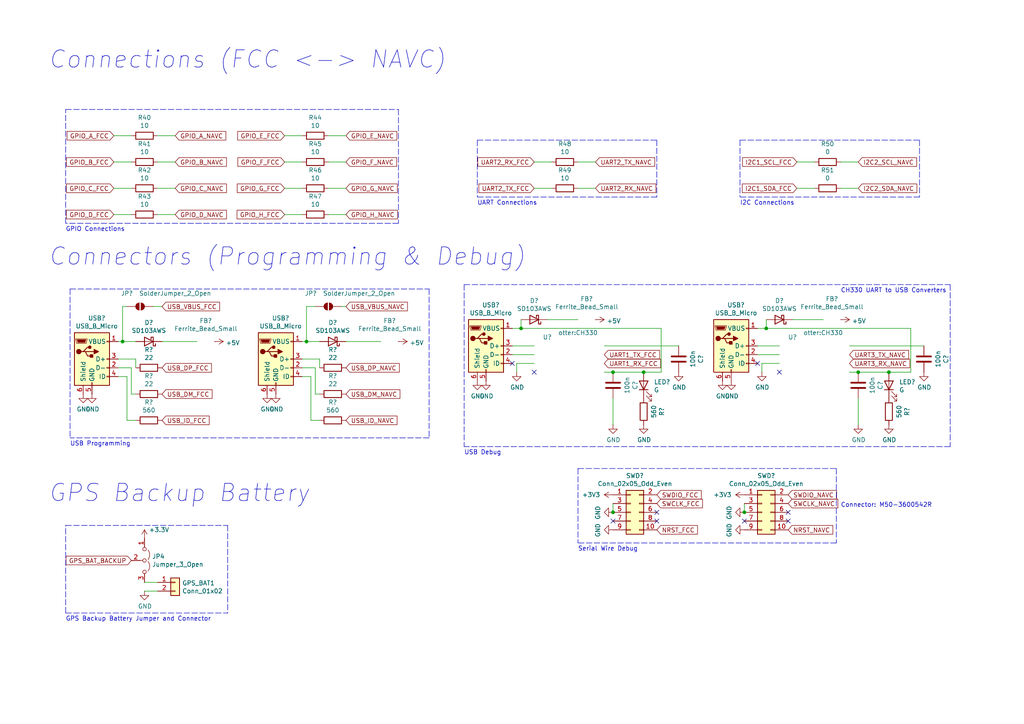
<source format=kicad_sch>
(kicad_sch (version 20250114) (generator "eeschema") (generator_version "9.0")
  (paper "A4")
  (title_block (title "Connections") (date "2019-10-27") (rev "0.1"))
  (lib_symbols
    (symbol "Connector:USB_B_Micro" (pin_names (offset 1.016))
      (property "Reference" "J" (at -5.08 11.43 0))
      (property "Value" "USB_B_Micro" (at -5.08 8.89 0))
      (symbol "USB_B_Micro_0_1"
        (rectangle (start -5.08 -7.62) (end 5.08 7.62) (stroke (width 0.254)) (fill (type background)))
        (polyline (pts (xy -4.699 5.842) (xy -4.699 5.588) (xy -4.445 4.826) (xy -4.445 4.572) (xy -1.651 4.572) (xy -1.651 4.826) (xy -1.397 5.588) (xy -1.397 5.842) (xy -4.699 5.842)))
        (polyline (pts (xy -4.318 5.588) (xy -1.778 5.588) (xy -2.032 4.826) (xy -4.064 4.826) (xy -4.318 5.588)) (fill (type outline)))
        (circle (center -3.81 2.159) (radius 0.635) (stroke (width 0.254)) (fill (type outline)))
        (polyline (pts (xy -3.175 2.159) (xy -2.54 2.159) (xy -1.27 3.429) (xy -0.635 3.429)) (stroke (width 0.254)))
        (polyline (pts (xy -2.54 2.159) (xy -1.905 2.159) (xy -1.27 0.889) (xy 0 0.889)) (stroke (width 0.254)))
        (polyline (pts (xy -1.905 2.159) (xy 0.635 2.159)) (stroke (width 0.254)))
        (circle (center -0.635 3.429) (radius 0.381) (stroke (width 0.254)) (fill (type outline)))
        (rectangle (start -0.127 -7.62) (end 0.127 -6.858))
        (rectangle (start 0.254 1.27) (end -0.508 0.508) (stroke (width 0.254)) (fill (type outline)))
        (polyline (pts (xy 0.635 2.794) (xy 0.635 1.524) (xy 1.905 2.159) (xy 0.635 2.794)) (stroke (width 0.254)) (fill (type outline)))
        (rectangle (start 5.08 4.953) (end 4.318 5.207))
        (rectangle (start 5.08 -0.127) (end 4.318 0.127))
        (rectangle (start 5.08 -2.667) (end 4.318 -2.413))
        (rectangle (start 5.08 -5.207) (end 4.318 -4.953))
      )
      (symbol "USB_B_Micro_1_1"
        (pin passive line (at -2.54 -10.16 90) (length 2.54) (name "Shield") (number "6"))
        (pin power_out line (at 0 -10.16 90) (length 2.54) (name "GND") (number "5"))
        (pin power_out line (at 7.62 5.08 180) (length 2.54) (name "VBUS") (number "1"))
        (pin bidirectional line (at 7.62 0 180) (length 2.54) (name "D+") (number "3"))
        (pin bidirectional line (at 7.62 -2.54 180) (length 2.54) (name "D-") (number "2"))
        (pin passive line (at 7.62 -5.08 180) (length 2.54) (name "ID") (number "4"))
      )
    )
    (symbol "Connector_Generic:Conn_01x02" (pin_names (offset 1.016) (hide yes))
      (property "Reference" "J" (at 0 2.54 0))
      (property "Value" "Conn_01x02" (at 0 -5.08 0))
      (symbol "Conn_01x02_1_1"
        (rectangle (start -1.27 1.27) (end 1.27 -3.81) (stroke (width 0.254)) (fill (type background)))
        (rectangle (start -1.27 0.127) (end 0 -0.127) (stroke (width 0.1524)))
        (rectangle (start -1.27 -2.413) (end 0 -2.667) (stroke (width 0.1524)))
        (pin passive line (at -5.08 0 0) (length 3.81) (name "Pin_1") (number "1"))
        (pin passive line (at -5.08 -2.54 0) (length 3.81) (name "Pin_2") (number "2"))
      )
    )
    (symbol "Connector_Generic:Conn_02x05_Odd_Even" (pin_names (offset 1.016) (hide yes))
      (property "Reference" "J" (at 1.27 7.62 0))
      (property "Value" "Conn_02x05_Odd_Even" (at 1.27 -7.62 0))
      (symbol "Conn_02x05_Odd_Even_1_1"
        (rectangle (start -1.27 6.35) (end 3.81 -6.35) (stroke (width 0.254)) (fill (type background)))
        (rectangle (start -1.27 5.207) (end 0 4.953) (stroke (width 0.1524)))
        (rectangle (start -1.27 2.667) (end 0 2.413) (stroke (width 0.1524)))
        (rectangle (start -1.27 0.127) (end 0 -0.127) (stroke (width 0.1524)))
        (rectangle (start -1.27 -2.413) (end 0 -2.667) (stroke (width 0.1524)))
        (rectangle (start -1.27 -4.953) (end 0 -5.207) (stroke (width 0.1524)))
        (rectangle (start 3.81 5.207) (end 2.54 4.953) (stroke (width 0.1524)))
        (rectangle (start 3.81 2.667) (end 2.54 2.413) (stroke (width 0.1524)))
        (rectangle (start 3.81 0.127) (end 2.54 -0.127) (stroke (width 0.1524)))
        (rectangle (start 3.81 -2.413) (end 2.54 -2.667) (stroke (width 0.1524)))
        (rectangle (start 3.81 -4.953) (end 2.54 -5.207) (stroke (width 0.1524)))
        (pin passive line (at -5.08 5.08 0) (length 3.81) (name "Pin_1") (number "1"))
        (pin passive line (at -5.08 2.54 0) (length 3.81) (name "Pin_3") (number "3"))
        (pin passive line (at -5.08 0 0) (length 3.81) (name "Pin_5") (number "5"))
        (pin passive line (at -5.08 -2.54 0) (length 3.81) (name "Pin_7") (number "7"))
        (pin passive line (at -5.08 -5.08 0) (length 3.81) (name "Pin_9") (number "9"))
        (pin passive line (at 7.62 5.08 180) (length 3.81) (name "Pin_2") (number "2"))
        (pin passive line (at 7.62 2.54 180) (length 3.81) (name "Pin_4") (number "4"))
        (pin passive line (at 7.62 0 180) (length 3.81) (name "Pin_6") (number "6"))
        (pin passive line (at 7.62 -2.54 180) (length 3.81) (name "Pin_8") (number "8"))
        (pin passive line (at 7.62 -5.08 180) (length 3.81) (name "Pin_10") (number "10"))
      )
    )
    (symbol "Device:C" (pin_numbers (hide yes)) (pin_names (offset 0.254))
      (property "Reference" "C" (at 0.635 2.54 0))
      (property "Value" "C" (at 0.635 -2.54 0))
      (symbol "C_0_1"
        (polyline (pts (xy -2.032 0.762) (xy 2.032 0.762)) (stroke (width 0.508)))
        (polyline (pts (xy -2.032 -0.762) (xy 2.032 -0.762)) (stroke (width 0.508)))
      )
      (symbol "C_1_1"
        (pin passive line (at 0 3.81 270) (length 2.794) (name "~") (number "1"))
        (pin passive line (at 0 -3.81 90) (length 2.794) (name "~") (number "2"))
      )
    )
    (symbol "Device:D_Schottky" (pin_numbers (hide yes)) (pin_names (offset 1.016) (hide yes))
      (property "Reference" "D" (at 0 2.54 0))
      (property "Value" "D_Schottky" (at 0 -2.54 0))
      (symbol "D_Schottky_0_1"
        (polyline (pts (xy -1.905 0.635) (xy -1.905 1.27) (xy -1.27 1.27) (xy -1.27 -1.27) (xy -0.635 -1.27) (xy -0.635 -0.635)) (stroke (width 0.254)))
        (polyline (pts (xy 1.27 1.27) (xy 1.27 -1.27) (xy -1.27 0) (xy 1.27 1.27)) (stroke (width 0.254)))
        (polyline (pts (xy 1.27 0) (xy -1.27 0)))
      )
      (symbol "D_Schottky_1_1"
        (pin passive line (at -3.81 0 0) (length 2.54) (name "K") (number "1"))
        (pin passive line (at 3.81 0 180) (length 2.54) (name "A") (number "2"))
      )
    )
    (symbol "Device:LED" (pin_numbers (hide yes)) (pin_names (offset 1.016) (hide yes))
      (property "Reference" "D" (at 0 2.54 0))
      (property "Value" "LED" (at 0 -2.54 0))
      (symbol "LED_0_1"
        (polyline (pts (xy -3.048 -0.762) (xy -4.572 -2.286) (xy -3.81 -2.286) (xy -4.572 -2.286) (xy -4.572 -1.524)))
        (polyline (pts (xy -1.778 -0.762) (xy -3.302 -2.286) (xy -2.54 -2.286) (xy -3.302 -2.286) (xy -3.302 -1.524)))
        (polyline (pts (xy -1.27 0) (xy 1.27 0)))
        (polyline (pts (xy -1.27 -1.27) (xy -1.27 1.27)) (stroke (width 0.254)))
        (polyline (pts (xy 1.27 -1.27) (xy 1.27 1.27) (xy -1.27 0) (xy 1.27 -1.27)) (stroke (width 0.254)))
      )
      (symbol "LED_1_1"
        (pin passive line (at -3.81 0 0) (length 2.54) (name "K") (number "1"))
        (pin passive line (at 3.81 0 180) (length 2.54) (name "A") (number "2"))
      )
    )
    (symbol "Device:R" (pin_numbers (hide yes)) (pin_names (offset 0))
      (property "Reference" "R" (at 2.032 0 90))
      (property "Value" "R" (at 0 0 90))
      (symbol "R_0_1"
        (rectangle (start -1.016 -2.54) (end 1.016 2.54) (stroke (width 0.254)))
      )
      (symbol "R_1_1"
        (pin passive line (at 0 3.81 270) (length 1.27) (name "~") (number "1"))
        (pin passive line (at 0 -3.81 90) (length 1.27) (name "~") (number "2"))
      )
    )
    (symbol "Jumper:Jumper_3_Open" (pin_names (offset 0) (hide yes)) (exclude_from_sim yes) (in_bom no)
      (property "Reference" "JP" (at -2.54 -2.54 0))
      (property "Value" "Jumper_3_Open" (at 0 2.794 0))
      (symbol "Jumper_3_Open_0_0"
        (circle (center -3.302 0) (radius 0.508))
        (circle (center 0 0) (radius 0.508))
        (circle (center 3.302 0) (radius 0.508))
      )
      (symbol "Jumper_3_Open_0_1"
        (arc (start -3.048 1.016) (mid -1.651 1.4992) (end -0.254 1.016))
        (polyline (pts (xy 0 -0.508) (xy 0 -1.27)))
        (arc (start 0.254 1.016) (mid 1.651 1.4992) (end 3.048 1.016))
      )
      (symbol "Jumper_3_Open_1_1"
        (pin passive line (at -6.35 0 0) (length 2.54) (name "A") (number "1"))
        (pin passive line (at 0 -3.81 90) (length 2.54) (name "C") (number "2"))
        (pin passive line (at 6.35 0 180) (length 2.54) (name "B") (number "3"))
      )
    )
    (symbol "Jumper:SolderJumper_2_Open" (pin_numbers (hide yes)) (pin_names (offset 0) (hide yes)) (exclude_from_sim yes) (in_bom no)
      (property "Reference" "JP" (at 0 2.032 0))
      (property "Value" "SolderJumper_2_Open" (at 0 -2.54 0))
      (symbol "SolderJumper_2_Open_0_1"
        (polyline (pts (xy -0.254 1.016) (xy -0.254 -1.016)))
        (arc (start -0.254 -1.016) (mid -1.2656 0) (end -0.254 1.016))
        (arc (start -0.254 -1.016) (mid -1.2656 0) (end -0.254 1.016) (fill (type outline)))
        (arc (start 0.254 1.016) (mid 1.2656 0) (end 0.254 -1.016))
        (arc (start 0.254 1.016) (mid 1.2656 0) (end 0.254 -1.016) (fill (type outline)))
        (polyline (pts (xy 0.254 1.016) (xy 0.254 -1.016)))
      )
      (symbol "SolderJumper_2_Open_1_1"
        (pin passive line (at -3.81 0 0) (length 2.54) (name "A") (number "1"))
        (pin passive line (at 3.81 0 180) (length 2.54) (name "B") (number "2"))
      )
    )
    (symbol "power:+3.3V" (power) (pin_numbers (hide yes)) (pin_names (offset 0) (hide yes))
      (property "Value" "+3.3V" (at 0 3.556 0))
      (symbol "+3.3V_0_1"
        (polyline (pts (xy -0.762 1.27) (xy 0 2.54)))
        (polyline (pts (xy 0 2.54) (xy 0.762 1.27)))
        (polyline (pts (xy 0 0) (xy 0 2.54)))
      )
      (symbol "+3.3V_1_1"
        (pin power_in line (at 0 0 90) (length 0) (name "~") (number "1"))
      )
    )
    (symbol "power:+3V3" (power) (pin_numbers (hide yes)) (pin_names (offset 0) (hide yes))
      (property "Value" "+3V3" (at 0 3.556 0))
      (symbol "+3V3_0_1"
        (polyline (pts (xy -0.762 1.27) (xy 0 2.54)))
        (polyline (pts (xy 0 2.54) (xy 0.762 1.27)))
        (polyline (pts (xy 0 0) (xy 0 2.54)))
      )
      (symbol "+3V3_1_1"
        (pin power_in line (at 0 0 90) (length 0) (name "~") (number "1"))
      )
    )
    (symbol "power:+5V" (power) (pin_numbers (hide yes)) (pin_names (offset 0) (hide yes))
      (property "Value" "+5V" (at 0 3.556 0))
      (symbol "+5V_0_1"
        (polyline (pts (xy -0.762 1.27) (xy 0 2.54)))
        (polyline (pts (xy 0 2.54) (xy 0.762 1.27)))
        (polyline (pts (xy 0 0) (xy 0 2.54)))
      )
      (symbol "+5V_1_1"
        (pin power_in line (at 0 0 90) (length 0) (name "~") (number "1"))
      )
    )
    (symbol "power:GND" (power) (pin_numbers (hide yes)) (pin_names (offset 0) (hide yes))
      (property "Value" "GND" (at 0 -3.81 0))
      (symbol "GND_0_1"
        (polyline (pts (xy 0 0) (xy 0 -1.27) (xy 1.27 -1.27) (xy 0 -2.54) (xy -1.27 -1.27) (xy 0 -1.27)))
      )
      (symbol "GND_1_1"
        (pin power_in line (at 0 0 270) (length 0) (name "~") (number "1"))
      )
    )
  )
  (text "GPS Backup Battery Jumper and Connector" (at 19.05 180.34 0) (effects (font (size 1.27 1.27)) (justify left bottom)))
  (text "Serial Wire Debug" (at 167.64 160.02 0) (effects (font (size 1.27 1.27)) (justify left bottom)))
  (text "Connectors (Programming & Debug)" (at 13.97 77.47 0) (effects (font (size 5.0038 5.0038) (italic yes)) (justify left bottom)))
  (text "USB Debug" (at 134.62 132.08 0) (effects (font (size 1.27 1.27)) (justify left bottom)))
  (text "GPS Backup Battery" (at 13.97 146.05 0) (effects (font (size 5.0038 5.0038) (italic yes)) (justify left bottom)))
  (text "CH330 UART to USB Converters" (at 243.84 85.09 0) (effects (font (size 1.27 1.27)) (justify left bottom)))
  (text "USB Programming" (at 20.32 129.54 0) (effects (font (size 1.27 1.27)) (justify left bottom)))
  (text "GPIO Connections" (at 19.05 67.31 0) (effects (font (size 1.27 1.27)) (justify left bottom)))
  (text "UART Connections" (at 138.43 59.69 0) (effects (font (size 1.27 1.27)) (justify left bottom)))
  (text "I2C Connections" (at 214.63 59.69 0) (effects (font (size 1.27 1.27)) (justify left bottom)))
  (text "Connector: M50-3600542R" (at 243.84 147.32 0) (effects (font (size 1.27 1.27)) (justify left bottom)))
  (text "Connections (FCC <-> NAVC)" (at 13.97 20.32 0) (effects (font (size 5.0038 5.0038) (italic yes)) (justify left bottom)))
  (junction (at 186.69 107.95))
  (junction (at 151.13 95.25))
  (junction (at 248.92 107.95))
  (junction (at 257.81 107.95))
  (junction (at 177.8 148.59))
  (junction (at 35.56 99.06))
  (junction (at 177.8 107.95))
  (junction (at 222.25 95.25))
  (junction (at 88.9 99.06))
  (junction (at 215.9 148.59))
  (no_connect (at 177.8 151.13))
  (no_connect (at 154.94 107.95))
  (no_connect (at 215.9 151.13))
  (no_connect (at 226.06 107.95))
  (no_connect (at 190.5 148.59))
  (no_connect (at 219.71 105.41))
  (no_connect (at 228.6 148.59))
  (no_connect (at 148.59 105.41))
  (no_connect (at 190.5 151.13))
  (no_connect (at 228.6 151.13))
  (wire (pts (xy 100.33 62.23) (xy 95.25 62.23)))
  (wire (pts (xy 100.33 54.61) (xy 95.25 54.61)))
  (wire (pts (xy 160.02 46.99) (xy 154.94 46.99)))
  (wire (pts (xy 34.29 106.68) (xy 38.1 106.68)))
  (wire (pts (xy 33.02 46.99) (xy 38.1 46.99)))
  (wire (pts (xy 91.44 114.3) (xy 92.71 114.3)))
  (wire (pts (xy 34.29 99.06) (xy 35.56 99.06)))
  (polyline (pts (xy 242.57 135.89) (xy 242.57 157.48)) (stroke (width 0) (type dash)))
  (wire (pts (xy 248.92 46.99) (xy 243.84 46.99)))
  (wire (pts (xy 36.83 109.22) (xy 36.83 121.92)))
  (wire (pts (xy 87.63 39.37) (xy 82.55 39.37)))
  (wire (pts (xy 90.17 109.22) (xy 90.17 121.92)))
  (wire (pts (xy 36.83 88.9) (xy 35.56 88.9)))
  (wire (pts (xy 148.59 100.33) (xy 154.94 100.33)))
  (wire (pts (xy 248.92 107.95) (xy 257.81 107.95)))
  (wire (pts (xy 238.76 92.71) (xy 229.87 92.71)))
  (wire (pts (xy 151.13 92.71) (xy 151.13 95.25)))
  (wire (pts (xy 246.38 100.33) (xy 267.97 100.33)))
  (wire (pts (xy 177.8 107.95) (xy 175.26 107.95)))
  (wire (pts (xy 149.86 107.95) (xy 149.86 105.41)))
  (wire (pts (xy 177.8 148.59) (xy 177.8 146.05)))
  (wire (pts (xy 91.44 88.9) (xy 88.9 88.9)))
  (wire (pts (xy 99.06 88.9) (xy 100.33 88.9)))
  (wire (pts (xy 33.02 54.61) (xy 38.1 54.61)))
  (wire (pts (xy 148.59 102.87) (xy 154.94 102.87)))
  (wire (pts (xy 172.72 46.99) (xy 167.64 46.99)))
  (wire (pts (xy 222.25 92.71) (xy 222.25 95.25)))
  (wire (pts (xy 41.91 171.45) (xy 45.72 171.45)))
  (polyline (pts (xy 20.32 83.82) (xy 124.46 83.82)) (stroke (width 0) (type dash)))
  (wire (pts (xy 87.63 62.23) (xy 82.55 62.23)))
  (wire (pts (xy 57.15 99.06) (xy 46.99 99.06)))
  (wire (pts (xy 87.63 54.61) (xy 82.55 54.61)))
  (wire (pts (xy 50.8 46.99) (xy 45.72 46.99)))
  (polyline (pts (xy 134.62 82.55) (xy 134.62 129.54)) (stroke (width 0) (type dash)))
  (wire (pts (xy 87.63 109.22) (xy 90.17 109.22)))
  (wire (pts (xy 39.37 104.14) (xy 34.29 104.14)))
  (wire (pts (xy 220.98 105.41) (xy 226.06 105.41)))
  (wire (pts (xy 175.26 100.33) (xy 196.85 100.33)))
  (polyline (pts (xy 190.5 57.15) (xy 138.43 57.15)) (stroke (width 0) (type dash)))
  (polyline (pts (xy 275.59 129.54) (xy 134.62 129.54)) (stroke (width 0) (type dash)))
  (polyline (pts (xy 242.57 157.48) (xy 167.64 157.48)) (stroke (width 0) (type dash)))
  (wire (pts (xy 100.33 46.99) (xy 95.25 46.99)))
  (polyline (pts (xy 124.46 127) (xy 20.32 127)) (stroke (width 0) (type dash)))
  (wire (pts (xy 87.63 106.68) (xy 91.44 106.68)))
  (wire (pts (xy 257.81 107.95) (xy 264.16 107.95)))
  (polyline (pts (xy 124.46 83.82) (xy 124.46 127)) (stroke (width 0) (type dash)))
  (wire (pts (xy 148.59 95.25) (xy 151.13 95.25)))
  (polyline (pts (xy 66.04 152.4) (xy 66.04 177.8)) (stroke (width 0) (type dash)))
  (polyline (pts (xy 167.64 135.89) (xy 242.57 135.89)) (stroke (width 0) (type dash)))
  (wire (pts (xy 33.02 62.23) (xy 38.1 62.23)))
  (polyline (pts (xy 275.59 82.55) (xy 275.59 129.54)) (stroke (width 0) (type dash)))
  (wire (pts (xy 186.69 107.95) (xy 191.77 107.95)))
  (polyline (pts (xy 19.05 31.75) (xy 115.57 31.75)) (stroke (width 0) (type dash)))
  (polyline (pts (xy 214.63 40.64) (xy 266.7 40.64)) (stroke (width 0) (type dash)))
  (wire (pts (xy 88.9 99.06) (xy 92.71 99.06)))
  (polyline (pts (xy 20.32 83.82) (xy 20.32 127)) (stroke (width 0) (type dash)))
  (wire (pts (xy 219.71 100.33) (xy 226.06 100.33)))
  (polyline (pts (xy 115.57 64.77) (xy 19.05 64.77)) (stroke (width 0) (type dash)))
  (wire (pts (xy 38.1 39.37) (xy 33.02 39.37)))
  (wire (pts (xy 248.92 107.95) (xy 246.38 107.95)))
  (wire (pts (xy 222.25 95.25) (xy 264.16 95.25)))
  (polyline (pts (xy 19.05 152.4) (xy 66.04 152.4)) (stroke (width 0) (type dash)))
  (wire (pts (xy 46.99 88.9) (xy 44.45 88.9)))
  (wire (pts (xy 38.1 106.68) (xy 38.1 114.3)))
  (wire (pts (xy 45.72 168.91) (xy 41.91 168.91)))
  (wire (pts (xy 50.8 62.23) (xy 45.72 62.23)))
  (wire (pts (xy 219.71 102.87) (xy 226.06 102.87)))
  (wire (pts (xy 35.56 99.06) (xy 39.37 99.06)))
  (wire (pts (xy 236.22 46.99) (xy 231.14 46.99)))
  (wire (pts (xy 177.8 107.95) (xy 186.69 107.95)))
  (polyline (pts (xy 214.63 40.64) (xy 214.63 57.15)) (stroke (width 0) (type dash)))
  (wire (pts (xy 92.71 104.14) (xy 87.63 104.14)))
  (wire (pts (xy 50.8 39.37) (xy 45.72 39.37)))
  (polyline (pts (xy 138.43 40.64) (xy 138.43 57.15)) (stroke (width 0) (type dash)))
  (wire (pts (xy 34.29 109.22) (xy 36.83 109.22)))
  (wire (pts (xy 220.98 107.95) (xy 220.98 105.41)))
  (polyline (pts (xy 19.05 64.77) (xy 19.05 31.75)) (stroke (width 0) (type dash)))
  (polyline (pts (xy 167.64 135.89) (xy 167.64 157.48)) (stroke (width 0) (type dash)))
  (wire (pts (xy 92.71 106.68) (xy 92.71 104.14)))
  (wire (pts (xy 236.22 54.61) (xy 231.14 54.61)))
  (wire (pts (xy 191.77 95.25) (xy 191.77 107.95)))
  (wire (pts (xy 39.37 106.68) (xy 39.37 104.14)))
  (wire (pts (xy 151.13 95.25) (xy 191.77 95.25)))
  (wire (pts (xy 50.8 54.61) (xy 45.72 54.61)))
  (polyline (pts (xy 19.05 177.8) (xy 19.05 152.4)) (stroke (width 0) (type dash)))
  (wire (pts (xy 248.92 123.19) (xy 248.92 115.57)))
  (wire (pts (xy 100.33 99.06) (xy 110.49 99.06)))
  (polyline (pts (xy 266.7 40.64) (xy 266.7 57.15)) (stroke (width 0) (type dash)))
  (wire (pts (xy 87.63 99.06) (xy 88.9 99.06)))
  (wire (pts (xy 35.56 88.9) (xy 35.56 99.06)))
  (wire (pts (xy 167.64 92.71) (xy 158.75 92.71)))
  (wire (pts (xy 248.92 54.61) (xy 243.84 54.61)))
  (polyline (pts (xy 190.5 40.64) (xy 190.5 57.15)) (stroke (width 0) (type dash)))
  (wire (pts (xy 100.33 39.37) (xy 95.25 39.37)))
  (wire (pts (xy 149.86 105.41) (xy 154.94 105.41)))
  (wire (pts (xy 215.9 148.59) (xy 215.9 146.05)))
  (wire (pts (xy 91.44 106.68) (xy 91.44 114.3)))
  (wire (pts (xy 87.63 46.99) (xy 82.55 46.99)))
  (wire (pts (xy 172.72 54.61) (xy 167.64 54.61)))
  (wire (pts (xy 219.71 95.25) (xy 222.25 95.25)))
  (wire (pts (xy 90.17 121.92) (xy 92.71 121.92)))
  (polyline (pts (xy 115.57 31.75) (xy 115.57 64.77)) (stroke (width 0) (type dash)))
  (wire (pts (xy 88.9 88.9) (xy 88.9 99.06)))
  (wire (pts (xy 264.16 95.25) (xy 264.16 107.95)))
  (wire (pts (xy 177.8 123.19) (xy 177.8 115.57)))
  (polyline (pts (xy 138.43 40.64) (xy 190.5 40.64)) (stroke (width 0) (type dash)))
  (polyline (pts (xy 134.62 82.55) (xy 275.59 82.55)) (stroke (width 0) (type dash)))
  (polyline (pts (xy 19.05 177.8) (xy 66.04 177.8)) (stroke (width 0) (type dash)))
  (polyline (pts (xy 266.7 57.15) (xy 214.63 57.15)) (stroke (width 0) (type dash)))
  (wire (pts (xy 38.1 114.3) (xy 39.37 114.3)))
  (wire (pts (xy 36.83 121.92) (xy 39.37 121.92)))
  (wire (pts (xy 160.02 54.61) (xy 154.94 54.61)))
  (global_label "GPIO_G_NAVC" (shape input) (at 100.33 54.61 0) (property "Intersheetrefs" "${INTERSHEET_REFS}" (effects (hide yes))))
  (global_label "UART2_TX_NAVC" (shape input) (at 172.72 46.99 0) (property "Intersheetrefs" "${INTERSHEET_REFS}" (effects (hide yes))))
  (global_label "GPIO_C_NAVC" (shape input) (at 50.8 54.61 0) (property "Intersheetrefs" "${INTERSHEET_REFS}" (effects (hide yes))))
  (global_label "I2C2_SCL_NAVC" (shape input) (at 248.92 46.99 0) (property "Intersheetrefs" "${INTERSHEET_REFS}" (effects (hide yes))))
  (global_label "GPS_BAT_BACKUP" (shape input) (at 38.1 162.56 180) (property "Intersheetrefs" "${INTERSHEET_REFS}" (effects (hide yes))))
  (global_label "SWCLK_NAVC" (shape input) (at 228.6 146.05 0) (property "Intersheetrefs" "${INTERSHEET_REFS}" (effects (hide yes))))
  (global_label "USB_VBUS_NAVC" (shape input) (at 100.33 88.9 0) (property "Intersheetrefs" "${INTERSHEET_REFS}" (effects (hide yes))))
  (global_label "UART2_RX_NAVC" (shape input) (at 172.72 54.61 0) (property "Intersheetrefs" "${INTERSHEET_REFS}" (effects (hide yes))))
  (global_label "GPIO_B_FCC" (shape input) (at 33.02 46.99 180) (property "Intersheetrefs" "${INTERSHEET_REFS}" (effects (hide yes))))
  (global_label "GPIO_B_NAVC" (shape input) (at 50.8 46.99 0) (property "Intersheetrefs" "${INTERSHEET_REFS}" (effects (hide yes))))
  (global_label "GPIO_E_FCC" (shape input) (at 82.55 39.37 180) (property "Intersheetrefs" "${INTERSHEET_REFS}" (effects (hide yes))))
  (global_label "GPIO_G_FCC" (shape input) (at 82.55 54.61 180) (property "Intersheetrefs" "${INTERSHEET_REFS}" (effects (hide yes))))
  (global_label "I2C2_SDA_NAVC" (shape input) (at 248.92 54.61 0) (property "Intersheetrefs" "${INTERSHEET_REFS}" (effects (hide yes))))
  (global_label "GPIO_C_FCC" (shape input) (at 33.02 54.61 180) (property "Intersheetrefs" "${INTERSHEET_REFS}" (effects (hide yes))))
  (global_label "USB_DM_FCC" (shape input) (at 46.99 114.3 0) (property "Intersheetrefs" "${INTERSHEET_REFS}" (effects (hide yes))))
  (global_label "GPIO_D_NAVC" (shape input) (at 50.8 62.23 0) (property "Intersheetrefs" "${INTERSHEET_REFS}" (effects (hide yes))))
  (global_label "GPIO_A_FCC" (shape input) (at 33.02 39.37 180) (property "Intersheetrefs" "${INTERSHEET_REFS}" (effects (hide yes))))
  (global_label "USB_ID_FCC" (shape input) (at 46.99 121.92 0) (property "Intersheetrefs" "${INTERSHEET_REFS}" (effects (hide yes))))
  (global_label "GPIO_D_FCC" (shape input) (at 33.02 62.23 180) (property "Intersheetrefs" "${INTERSHEET_REFS}" (effects (hide yes))))
  (global_label "GPIO_F_FCC" (shape input) (at 82.55 46.99 180) (property "Intersheetrefs" "${INTERSHEET_REFS}" (effects (hide yes))))
  (global_label "UART2_TX_FCC" (shape input) (at 154.94 54.61 180) (property "Intersheetrefs" "${INTERSHEET_REFS}" (effects (hide yes))))
  (global_label "SWDIO_FCC" (shape input) (at 190.5 143.51 0) (property "Intersheetrefs" "${INTERSHEET_REFS}" (effects (hide yes))))
  (global_label "UART3_RX_NAVC" (shape input) (at 246.38 105.41 0) (property "Intersheetrefs" "${INTERSHEET_REFS}" (effects (hide yes))))
  (global_label "GPIO_E_NAVC" (shape input) (at 100.33 39.37 0) (property "Intersheetrefs" "${INTERSHEET_REFS}" (effects (hide yes))))
  (global_label "GPIO_A_NAVC" (shape input) (at 50.8 39.37 0) (property "Intersheetrefs" "${INTERSHEET_REFS}" (effects (hide yes))))
  (global_label "GPIO_H_FCC" (shape input) (at 82.55 62.23 180) (property "Intersheetrefs" "${INTERSHEET_REFS}" (effects (hide yes))))
  (global_label "GPIO_F_NAVC" (shape input) (at 100.33 46.99 0) (property "Intersheetrefs" "${INTERSHEET_REFS}" (effects (hide yes))))
  (global_label "SWDIO_NAVC" (shape input) (at 228.6 143.51 0) (property "Intersheetrefs" "${INTERSHEET_REFS}" (effects (hide yes))))
  (global_label "SWCLK_FCC" (shape input) (at 190.5 146.05 0) (property "Intersheetrefs" "${INTERSHEET_REFS}" (effects (hide yes))))
  (global_label "USB_VBUS_FCC" (shape input) (at 46.99 88.9 0) (property "Intersheetrefs" "${INTERSHEET_REFS}" (effects (hide yes))))
  (global_label "I2C1_SDA_FCC" (shape input) (at 231.14 54.61 180) (property "Intersheetrefs" "${INTERSHEET_REFS}" (effects (hide yes))))
  (global_label "UART1_TX_FCC" (shape input) (at 175.26 102.87 0) (property "Intersheetrefs" "${INTERSHEET_REFS}" (effects (hide yes))))
  (global_label "UART2_RX_FCC" (shape input) (at 154.94 46.99 180) (property "Intersheetrefs" "${INTERSHEET_REFS}" (effects (hide yes))))
  (global_label "GPIO_H_NAVC" (shape input) (at 100.33 62.23 0) (property "Intersheetrefs" "${INTERSHEET_REFS}" (effects (hide yes))))
  (global_label "NRST_FCC" (shape input) (at 190.5 153.67 0) (property "Intersheetrefs" "${INTERSHEET_REFS}" (effects (hide yes))))
  (global_label "NRST_NAVC" (shape input) (at 228.6 153.67 0) (property "Intersheetrefs" "${INTERSHEET_REFS}" (effects (hide yes))))
  (global_label "USB_DM_NAVC" (shape input) (at 100.33 114.3 0) (property "Intersheetrefs" "${INTERSHEET_REFS}" (effects (hide yes))))
  (global_label "USB_DP_NAVC" (shape input) (at 100.33 106.68 0) (property "Intersheetrefs" "${INTERSHEET_REFS}" (effects (hide yes))))
  (global_label "USB_ID_NAVC" (shape input) (at 100.33 121.92 0) (property "Intersheetrefs" "${INTERSHEET_REFS}" (effects (hide yes))))
  (global_label "USB_DP_FCC" (shape input) (at 46.99 106.68 0) (property "Intersheetrefs" "${INTERSHEET_REFS}" (effects (hide yes))))
  (global_label "UART1_RX_FCC" (shape input) (at 175.26 105.41 0) (property "Intersheetrefs" "${INTERSHEET_REFS}" (effects (hide yes))))
  (global_label "UART3_TX_NAVC" (shape input) (at 246.38 102.87 0) (property "Intersheetrefs" "${INTERSHEET_REFS}" (effects (hide yes))))
  (global_label "I2C1_SCL_FCC" (shape input) (at 231.14 46.99 180) (property "Intersheetrefs" "${INTERSHEET_REFS}" (effects (hide yes))))
  (symbol (lib_id "Connector:USB_B_Micro") (at 26.67 104.14 0) (unit 1)
    (property "Reference" "USB1" (at 28.067 92.2782 0))
    (property "Value" "USB_B_Micro" (at 28.067 94.5896 0))
    (property "Footprint" "Connector_USB:USB_Micro-B_Wuerth_629105150521_CircularHoles" (effects (hide yes)))
    (instances (project "" (path "" (reference "USB?") (unit 1)) (path "" (reference "USB1") (unit 1))))
  )
  (symbol (lib_id "Device:R") (at 43.18 106.68 270) (unit 1)
    (property "Reference" "R52" (at 43.18 101.4222 90))
    (property "Value" "22" (at 43.18 103.7336 90))
    (property "Footprint" "Resistor_SMD:R_0402_1005Metric" (effects (hide yes)))
    (instances (project "" (path "" (reference "R?") (unit 1)) (path "" (reference "R52") (unit 1))))
  )
  (symbol (lib_id "Device:R") (at 43.18 114.3 270) (unit 1)
    (property "Reference" "R53" (at 43.18 109.0422 90))
    (property "Value" "22" (at 43.18 111.3536 90))
    (property "Footprint" "Resistor_SMD:R_0402_1005Metric" (effects (hide yes)))
    (instances (project "" (path "" (reference "R?") (unit 1)) (path "" (reference "R53") (unit 1))))
  )
  (symbol (lib_id "Device:R") (at 43.18 121.92 270) (unit 1)
    (property "Reference" "R54" (at 43.18 116.6622 90))
    (property "Value" "560" (at 43.18 118.9736 90))
    (property "Footprint" "Resistor_SMD:R_0402_1005Metric" (effects (hide yes)))
    (instances (project "" (path "" (reference "R?") (unit 1)) (path "" (reference "R54") (unit 1))))
  )
  (symbol (lib_id "power:GND") (at 24.13 114.3 0) (unit 1)
    (property "Reference" "#PWR019" (effects (hide yes)))
    (property "Value" "GND" (at 24.257 118.6942 0))
    (instances (project "" (path "" (reference "#PWR?") (unit 1)) (path "" (reference "#PWR019") (unit 1))))
  )
  (symbol (lib_id "power:GND") (at 26.67 114.3 0) (unit 1)
    (property "Reference" "#PWR021" (effects (hide yes)))
    (property "Value" "GND" (at 26.797 118.6942 0))
    (instances (project "" (path "" (reference "#PWR?") (unit 1)) (path "" (reference "#PWR021") (unit 1))))
  )
  (symbol (lib_id "Device:D_Schottky") (at 43.18 99.06 180) (unit 1)
    (property "Reference" "D2" (at 43.18 93.5736 0))
    (property "Value" "SD103AWS" (at 43.18 95.885 0))
    (property "Footprint" "Diode_SMD:D_SOD-323" (effects (hide yes)))
    (instances (project "" (path "" (reference "D?") (unit 1)) (path "" (reference "D2") (unit 1))))
  )
  (symbol (lib_id "power:+5V") (at 62.23 99.06 270) (unit 1)
    (property "Reference" "#PWR022" (effects (hide yes)))
    (property "Value" "+5V" (at 65.4812 99.441 90) (effects (justify left)))
    (instances (project "" (path "" (reference "#PWR?") (unit 1)) (path "" (reference "#PWR022") (unit 1))))
  )
  (symbol (lib_id "Connector:USB_B_Micro") (at 140.97 100.33 0) (unit 1)
    (property "Reference" "USB3" (at 142.367 88.4682 0))
    (property "Value" "USB_B_Micro" (at 142.367 90.7796 0))
    (property "Footprint" "Connector_USB:USB_Micro-B_Wuerth_629105150521_CircularHoles" (effects (hide yes)))
    (instances (project "" (path "" (reference "USB?") (unit 1)) (path "" (reference "USB3") (unit 1))))
  )
  (symbol (lib_id "power:GND") (at 138.43 110.49 0) (unit 1)
    (property "Reference" "#PWR026" (effects (hide yes)))
    (property "Value" "GND" (at 138.557 114.8842 0))
    (instances (project "" (path "" (reference "#PWR?") (unit 1)) (path "" (reference "#PWR026") (unit 1))))
  )
  (symbol (lib_id "power:GND") (at 140.97 110.49 0) (unit 1)
    (property "Reference" "#PWR027" (effects (hide yes)))
    (property "Value" "GND" (at 141.097 114.8842 0))
    (instances (project "" (path "" (reference "#PWR?") (unit 1)) (path "" (reference "#PWR027") (unit 1))))
  )
  (symbol (lib_id "Device:LED") (at 186.69 111.76 90) (unit 1)
    (property "Reference" "LED13" (at 189.6618 110.7948 90) (effects (justify right)))
    (property "Value" "G" (at 189.6618 113.1062 90) (effects (justify right)))
    (property "Footprint" "LED_SMD:LED_0603_1608Metric" (effects (hide yes)))
    (instances (project "" (path "" (reference "LED?") (unit 1)) (path "" (reference "LED13") (unit 1))))
  )
  (symbol (lib_id "Device:R") (at 186.69 119.38 180) (unit 1)
    (property "Reference" "R58" (at 191.9478 119.38 90))
    (property "Value" "560" (at 189.6364 119.38 90))
    (property "Footprint" "Resistor_SMD:R_0603_1608Metric" (effects (hide yes)))
    (instances (project "" (path "" (reference "R?") (unit 1)) (path "" (reference "R58") (unit 1))))
  )
  (symbol (lib_id "power:GND") (at 186.69 123.19 0) (unit 1)
    (property "Reference" "#PWR063" (effects (hide yes)))
    (property "Value" "GND" (at 186.817 127.5842 0))
    (instances (project "" (path "" (reference "#PWR?") (unit 1)) (path "" (reference "#PWR063") (unit 1))))
  )
  (symbol (lib_id "Device:C") (at 177.8 111.76 180) (unit 1)
    (property "Reference" "C68" (at 184.2008 111.76 90))
    (property "Value" "100n" (at 181.8894 111.76 90))
    (property "Footprint" "Capacitor_SMD:C_0402_1005Metric" (effects (hide yes)))
    (instances (project "" (path "" (reference "C?") (unit 1)) (path "" (reference "C68") (unit 1))))
  )
  (symbol (lib_id "power:GND") (at 177.8 123.19 0) (unit 1)
    (property "Reference" "#PWR031" (effects (hide yes)))
    (property "Value" "GND" (at 177.927 127.5842 0))
    (instances (project "" (path "" (reference "#PWR?") (unit 1)) (path "" (reference "#PWR031") (unit 1))))
  )
  (symbol (lib_id "power:GND") (at 149.86 107.95 0) (unit 1)
    (property "Reference" "#PWR028" (effects (hide yes)))
    (property "Value" "GND" (at 149.987 112.3442 0))
    (instances (project "" (path "" (reference "#PWR?") (unit 1)) (path "" (reference "#PWR028") (unit 1))))
  )
  (symbol (lib_id "Device:C") (at 196.85 104.14 180) (unit 1)
    (property "Reference" "C69" (at 203.2508 104.14 90))
    (property "Value" "100n" (at 200.9394 104.14 90))
    (property "Footprint" "Capacitor_SMD:C_0402_1005Metric" (effects (hide yes)))
    (instances (project "" (path "" (reference "C?") (unit 1)) (path "" (reference "C69") (unit 1))))
  )
  (symbol (lib_id "power:GND") (at 196.85 107.95 0) (unit 1)
    (property "Reference" "#PWR066" (effects (hide yes)))
    (property "Value" "GND" (at 196.977 112.3442 0))
    (instances (project "" (path "" (reference "#PWR?") (unit 1)) (path "" (reference "#PWR066") (unit 1))))
  )
  (symbol (lib_id "Connector:USB_B_Micro") (at 80.01 104.14 0) (unit 1)
    (property "Reference" "USB2" (at 81.407 92.2782 0))
    (property "Value" "USB_B_Micro" (at 81.407 94.5896 0))
    (property "Footprint" "Connector_USB:USB_Micro-B_Wuerth_629105150521_CircularHoles" (effects (hide yes)))
    (instances (project "" (path "" (reference "USB?") (unit 1)) (path "" (reference "USB2") (unit 1))))
  )
  (symbol (lib_id "Device:R") (at 96.52 106.68 270) (unit 1)
    (property "Reference" "R55" (at 96.52 101.4222 90))
    (property "Value" "22" (at 96.52 103.7336 90))
    (property "Footprint" "Resistor_SMD:R_0402_1005Metric" (effects (hide yes)))
    (instances (project "" (path "" (reference "R?") (unit 1)) (path "" (reference "R55") (unit 1))))
  )
  (symbol (lib_id "Device:R") (at 96.52 114.3 270) (unit 1)
    (property "Reference" "R56" (at 96.52 109.0422 90))
    (property "Value" "22" (at 96.52 111.3536 90))
    (property "Footprint" "Resistor_SMD:R_0402_1005Metric" (effects (hide yes)))
    (instances (project "" (path "" (reference "R?") (unit 1)) (path "" (reference "R56") (unit 1))))
  )
  (symbol (lib_id "Device:R") (at 96.52 121.92 270) (unit 1)
    (property "Reference" "R57" (at 96.52 116.6622 90))
    (property "Value" "560" (at 96.52 118.9736 90))
    (property "Footprint" "Resistor_SMD:R_0402_1005Metric" (effects (hide yes)))
    (instances (project "" (path "" (reference "R?") (unit 1)) (path "" (reference "R57") (unit 1))))
  )
  (symbol (lib_id "power:GND") (at 77.47 114.3 0) (unit 1)
    (property "Reference" "#PWR023" (effects (hide yes)))
    (property "Value" "GND" (at 77.597 118.6942 0))
    (instances (project "" (path "" (reference "#PWR?") (unit 1)) (path "" (reference "#PWR023") (unit 1))))
  )
  (symbol (lib_id "power:GND") (at 80.01 114.3 0) (unit 1)
    (property "Reference" "#PWR024" (effects (hide yes)))
    (property "Value" "GND" (at 80.137 118.6942 0))
    (instances (project "" (path "" (reference "#PWR?") (unit 1)) (path "" (reference "#PWR024") (unit 1))))
  )
  (symbol (lib_id "Device:D_Schottky") (at 96.52 99.06 180) (unit 1)
    (property "Reference" "D3" (at 96.52 93.5736 0))
    (property "Value" "SD103AWS" (at 96.52 95.885 0))
    (property "Footprint" "Diode_SMD:D_SOD-323" (effects (hide yes)))
    (instances (project "" (path "" (reference "D?") (unit 1)) (path "" (reference "D3") (unit 1))))
  )
  (symbol (lib_id "power:+5V") (at 115.57 99.06 270) (unit 1)
    (property "Reference" "#PWR025" (effects (hide yes)))
    (property "Value" "+5V" (at 118.8212 99.441 90) (effects (justify left)))
    (instances (project "" (path "" (reference "#PWR?") (unit 1)) (path "" (reference "#PWR025") (unit 1))))
  )
  (symbol (lib_id "Connector:USB_B_Micro") (at 212.09 100.33 0) (unit 1)
    (property "Reference" "USB4" (at 213.487 88.4682 0))
    (property "Value" "USB_B_Micro" (at 213.487 90.7796 0))
    (property "Footprint" "Connector_USB:USB_Micro-B_Wuerth_629105150521_CircularHoles" (effects (hide yes)))
    (instances (project "" (path "" (reference "USB?") (unit 1)) (path "" (reference "USB4") (unit 1))))
  )
  (symbol (lib_id "power:GND") (at 209.55 110.49 0) (unit 1)
    (property "Reference" "#PWR067" (effects (hide yes)))
    (property "Value" "GND" (at 209.677 114.8842 0))
    (instances (project "" (path "" (reference "#PWR?") (unit 1)) (path "" (reference "#PWR067") (unit 1))))
  )
  (symbol (lib_id "power:GND") (at 212.09 110.49 0) (unit 1)
    (property "Reference" "#PWR070" (effects (hide yes)))
    (property "Value" "GND" (at 212.217 114.8842 0))
    (instances (project "" (path "" (reference "#PWR?") (unit 1)) (path "" (reference "#PWR070") (unit 1))))
  )
  (symbol (lib_id "Device:LED") (at 257.81 111.76 90) (unit 1)
    (property "Reference" "LED14" (at 260.7818 110.7948 90) (effects (justify right)))
    (property "Value" "G" (at 260.7818 113.1062 90) (effects (justify right)))
    (property "Footprint" "LED_SMD:LED_0603_1608Metric" (effects (hide yes)))
    (instances (project "" (path "" (reference "LED?") (unit 1)) (path "" (reference "LED14") (unit 1))))
  )
  (symbol (lib_id "Device:R") (at 257.81 119.38 180) (unit 1)
    (property "Reference" "R59" (at 263.0678 119.38 90))
    (property "Value" "560" (at 260.7564 119.38 90))
    (property "Footprint" "Resistor_SMD:R_0603_1608Metric" (effects (hide yes)))
    (instances (project "" (path "" (reference "R?") (unit 1)) (path "" (reference "R59") (unit 1))))
  )
  (symbol (lib_id "power:GND") (at 257.81 123.19 0) (unit 1)
    (property "Reference" "#PWR0161" (effects (hide yes)))
    (property "Value" "GND" (at 257.937 127.5842 0))
    (instances (project "" (path "" (reference "#PWR?") (unit 1)) (path "" (reference "#PWR0161") (unit 1))))
  )
  (symbol (lib_id "Device:C") (at 248.92 111.76 180) (unit 1)
    (property "Reference" "C70" (at 255.3208 111.76 90))
    (property "Value" "100n" (at 253.0094 111.76 90))
    (property "Footprint" "Capacitor_SMD:C_0402_1005Metric" (effects (hide yes)))
    (instances (project "" (path "" (reference "C?") (unit 1)) (path "" (reference "C70") (unit 1))))
  )
  (symbol (lib_id "power:GND") (at 248.92 123.19 0) (unit 1)
    (property "Reference" "#PWR0129" (effects (hide yes)))
    (property "Value" "GND" (at 249.047 127.5842 0))
    (instances (project "" (path "" (reference "#PWR?") (unit 1)) (path "" (reference "#PWR0129") (unit 1))))
  )
  (symbol (lib_id "power:GND") (at 220.98 107.95 0) (unit 1)
    (property "Reference" "#PWR0112" (effects (hide yes)))
    (property "Value" "GND" (at 221.107 112.3442 0))
    (instances (project "" (path "" (reference "#PWR?") (unit 1)) (path "" (reference "#PWR0112") (unit 1))))
  )
  (symbol (lib_id "Device:C") (at 267.97 104.14 180) (unit 1)
    (property "Reference" "C71" (at 274.3708 104.14 90))
    (property "Value" "100n" (at 272.0594 104.14 90))
    (property "Footprint" "Capacitor_SMD:C_0402_1005Metric" (effects (hide yes)))
    (instances (project "" (path "" (reference "C?") (unit 1)) (path "" (reference "C71") (unit 1))))
  )
  (symbol (lib_id "power:GND") (at 267.97 107.95 0) (unit 1)
    (property "Reference" "#PWR0162" (effects (hide yes)))
    (property "Value" "GND" (at 268.097 112.3442 0))
    (instances (project "" (path "" (reference "#PWR?") (unit 1)) (path "" (reference "#PWR0162") (unit 1))))
  )
  (symbol (lib_id "Connector_Generic:Conn_02x05_Odd_Even") (at 182.88 148.59 0) (unit 1)
    (property "Reference" "SWD1" (at 184.15 137.9982 0))
    (property "Value" "Conn_02x05_Odd_Even" (at 184.15 140.3096 0))
    (property "Footprint" "Connector_PinHeader_1.27mm:PinHeader_2x05_P1.27mm_Vertical_SMD" (effects (hide yes)))
    (instances (project "" (path "" (reference "SWD?") (unit 1)) (path "" (reference "SWD1") (unit 1))))
  )
  (symbol (lib_id "power:GND") (at 177.8 148.59 270) (unit 1)
    (property "Reference" "#PWR046" (effects (hide yes)))
    (property "Value" "GND" (at 173.4058 148.717 0))
    (instances (project "" (path "" (reference "#PWR?") (unit 1)) (path "" (reference "#PWR046") (unit 1))))
  )
  (symbol (lib_id "power:GND") (at 177.8 153.67 270) (unit 1)
    (property "Reference" "#PWR048" (effects (hide yes)))
    (property "Value" "GND" (at 173.4058 153.797 0))
    (instances (project "" (path "" (reference "#PWR?") (unit 1)) (path "" (reference "#PWR048") (unit 1))))
  )
  (symbol (lib_id "Connector_Generic:Conn_02x05_Odd_Even") (at 220.98 148.59 0) (unit 1)
    (property "Reference" "SWD2" (at 222.25 137.9982 0))
    (property "Value" "Conn_02x05_Odd_Even" (at 222.25 140.3096 0))
    (property "Footprint" "Connector_PinHeader_1.27mm:PinHeader_2x05_P1.27mm_Vertical_SMD" (effects (hide yes)))
    (instances (project "" (path "" (reference "SWD?") (unit 1)) (path "" (reference "SWD2") (unit 1))))
  )
  (symbol (lib_id "power:GND") (at 215.9 148.59 270) (unit 1)
    (property "Reference" "#PWR073" (effects (hide yes)))
    (property "Value" "GND" (at 211.5058 148.717 0))
    (instances (project "" (path "" (reference "#PWR?") (unit 1)) (path "" (reference "#PWR073") (unit 1))))
  )
  (symbol (lib_id "power:GND") (at 215.9 153.67 270) (unit 1)
    (property "Reference" "#PWR0111" (effects (hide yes)))
    (property "Value" "GND" (at 211.5058 153.797 0))
    (instances (project "" (path "" (reference "#PWR?") (unit 1)) (path "" (reference "#PWR0111") (unit 1))))
  )
  (symbol (lib_id "CH330:otter_CH330") (at 165.1 104.14 0) (unit 1)
    (property "Reference" "U11" (at 158.75 97.79 0))
    (property "Value" "otter:CH330" (at 167.64 96.52 0))
    (property "Footprint" "Package_SO:SSOP-8_3.9x5.05mm_P1.27mm" (effects (hide yes)))
    (instances (project "" (path "" (reference "U?") (unit 1)) (path "" (reference "U11") (unit 1))))
  )
  (symbol (lib_id "CH330:otter_CH330") (at 236.22 104.14 0) (unit 1)
    (property "Reference" "U12" (at 229.87 97.79 0))
    (property "Value" "otter:CH330" (at 238.76 96.52 0))
    (property "Footprint" "Package_SO:SSOP-8_3.9x5.05mm_P1.27mm" (effects (hide yes)))
    (instances (project "" (path "" (reference "U?") (unit 1)) (path "" (reference "U12") (unit 1))))
  )
  (symbol (lib_id "Jumper:SolderJumper_2_Open") (at 40.64 88.9 0) (unit 1)
    (property "Reference" "JP1" (at 36.83 85.09 0))
    (property "Value" "SolderJumper_2_Open" (at 50.8 85.09 0))
    (property "Footprint" "Jumper:SolderJumper-2_P1.3mm_Open_RoundedPad1.0x1.5mm" (effects (hide yes)))
    (instances (project "" (path "" (reference "JP?") (unit 1)) (path "" (reference "JP1") (unit 1))))
  )
  (symbol (lib_id "Jumper:SolderJumper_2_Open") (at 95.25 88.9 0) (unit 1)
    (property "Reference" "JP2" (at 90.17 85.09 0))
    (property "Value" "SolderJumper_2_Open" (at 104.14 85.09 0))
    (property "Footprint" "Jumper:SolderJumper-2_P1.3mm_Open_RoundedPad1.0x1.5mm" (effects (hide yes)))
    (instances (project "" (path "" (reference "JP?") (unit 1)) (path "" (reference "JP2") (unit 1))))
  )
  (symbol (lib_id "Device:Ferrite_Bead_Small") (at 59.69 99.06 270) (unit 1)
    (property "Reference" "FB3" (at 59.69 93.0402 90))
    (property "Value" "Ferrite_Bead_Small" (at 59.69 95.3516 90))
    (property "Footprint" "Inductor_SMD:L_0402_1005Metric" (effects (hide yes)))
    (instances (project "" (path "" (reference "FB?") (unit 1)) (path "" (reference "FB3") (unit 1))))
  )
  (symbol (lib_id "Device:Ferrite_Bead_Small") (at 113.03 99.06 270) (unit 1)
    (property "Reference" "FB4" (at 113.03 93.0402 90))
    (property "Value" "Ferrite_Bead_Small" (at 113.03 95.3516 90))
    (property "Footprint" "Inductor_SMD:L_0402_1005Metric" (effects (hide yes)))
    (instances (project "" (path "" (reference "FB?") (unit 1)) (path "" (reference "FB4") (unit 1))))
  )
  (symbol (lib_id "Device:R") (at 41.91 39.37 270) (unit 1)
    (property "Reference" "R40" (at 41.91 34.1122 90))
    (property "Value" "10" (at 41.91 36.4236 90))
    (property "Footprint" "Resistor_SMD:R_0402_1005Metric" (effects (hide yes)))
  )
  (symbol (lib_id "Device:R") (at 41.91 46.99 270) (unit 1)
    (property "Reference" "R41" (at 41.91 41.7322 90))
    (property "Value" "10" (at 41.91 44.0436 90))
    (property "Footprint" "Resistor_SMD:R_0402_1005Metric" (effects (hide yes)))
  )
  (symbol (lib_id "Device:R") (at 41.91 54.61 270) (unit 1)
    (property "Reference" "R42" (at 41.91 49.3522 90))
    (property "Value" "10" (at 41.91 51.6636 90))
    (property "Footprint" "Resistor_SMD:R_0402_1005Metric" (effects (hide yes)))
  )
  (symbol (lib_id "Device:R") (at 41.91 62.23 270) (unit 1)
    (property "Reference" "R43" (at 41.91 56.9722 90))
    (property "Value" "10" (at 41.91 59.2836 90))
    (property "Footprint" "Resistor_SMD:R_0402_1005Metric" (effects (hide yes)))
  )
  (symbol (lib_id "Device:R") (at 91.44 39.37 270) (unit 1)
    (property "Reference" "R44" (at 91.44 34.1122 90))
    (property "Value" "10" (at 91.44 36.4236 90))
    (property "Footprint" "Resistor_SMD:R_0402_1005Metric" (effects (hide yes)))
  )
  (symbol (lib_id "Device:R") (at 91.44 46.99 270) (unit 1)
    (property "Reference" "R45" (at 91.44 41.7322 90))
    (property "Value" "10" (at 91.44 44.0436 90))
    (property "Footprint" "Resistor_SMD:R_0402_1005Metric" (effects (hide yes)))
  )
  (symbol (lib_id "Device:R") (at 91.44 54.61 270) (unit 1)
    (property "Reference" "R46" (at 91.44 49.3522 90))
    (property "Value" "10" (at 91.44 51.6636 90))
    (property "Footprint" "Resistor_SMD:R_0402_1005Metric" (effects (hide yes)))
  )
  (symbol (lib_id "Device:R") (at 91.44 62.23 270) (unit 1)
    (property "Reference" "R47" (at 91.44 56.9722 90))
    (property "Value" "10" (at 91.44 59.2836 90))
    (property "Footprint" "Resistor_SMD:R_0402_1005Metric" (effects (hide yes)))
  )
  (symbol (lib_id "Device:R") (at 163.83 46.99 270) (unit 1)
    (property "Reference" "R48" (at 163.83 41.7322 90))
    (property "Value" "10" (at 163.83 44.0436 90))
    (property "Footprint" "Resistor_SMD:R_0402_1005Metric" (effects (hide yes)))
  )
  (symbol (lib_id "Device:R") (at 163.83 54.61 270) (unit 1)
    (property "Reference" "R49" (at 163.83 49.3522 90))
    (property "Value" "10" (at 163.83 51.6636 90))
    (property "Footprint" "Resistor_SMD:R_0402_1005Metric" (effects (hide yes)))
  )
  (symbol (lib_id "Device:R") (at 240.03 46.99 270) (unit 1)
    (property "Reference" "R50" (at 240.03 41.7322 90))
    (property "Value" "0" (at 240.03 44.0436 90))
    (property "Footprint" "Resistor_SMD:R_0603_1608Metric" (effects (hide yes)))
  )
  (symbol (lib_id "Device:R") (at 240.03 54.61 270) (unit 1)
    (property "Reference" "R51" (at 240.03 49.3522 90))
    (property "Value" "0" (at 240.03 51.6636 90))
    (property "Footprint" "Resistor_SMD:R_0603_1608Metric" (effects (hide yes)))
  )
  (symbol (lib_id "power:+3V3") (at 177.8 143.51 90) (unit 1)
    (property "Reference" "#PWR061" (effects (hide yes)))
    (property "Value" "+3V3" (at 171.45 143.51 90))
    (instances (project "" (path "" (reference "#PWR?") (unit 1)) (path "" (reference "#PWR061") (unit 1))))
  )
  (symbol (lib_id "power:+3V3") (at 215.9 143.51 90) (unit 1)
    (property "Reference" "#PWR062" (effects (hide yes)))
    (property "Value" "+3V3" (at 209.55 143.51 90))
    (instances (project "" (path "" (reference "#PWR?") (unit 1)) (path "" (reference "#PWR062") (unit 1))))
  )
  (symbol (lib_id "Device:D_Schottky") (at 154.94 92.71 180) (unit 1)
    (property "Reference" "D4" (at 154.94 87.2236 0))
    (property "Value" "SD103AWS" (at 154.94 89.535 0))
    (property "Footprint" "Diode_SMD:D_SOD-323" (effects (hide yes)))
    (instances (project "" (path "" (reference "D?") (unit 1)) (path "" (reference "D4") (unit 1))))
  )
  (symbol (lib_id "Device:Ferrite_Bead_Small") (at 170.18 92.71 270) (unit 1)
    (property "Reference" "FB5" (at 170.18 86.6902 90))
    (property "Value" "Ferrite_Bead_Small" (at 170.18 89.0016 90))
    (property "Footprint" "Inductor_SMD:L_0402_1005Metric" (effects (hide yes)))
    (instances (project "" (path "" (reference "FB?") (unit 1)) (path "" (reference "FB5") (unit 1))))
  )
  (symbol (lib_id "power:+5V") (at 172.72 92.71 270) (unit 1)
    (property "Reference" "#PWR060" (effects (hide yes)))
    (property "Value" "+5V" (at 175.9712 93.091 90) (effects (justify left)))
    (instances (project "" (path "" (reference "#PWR?") (unit 1)) (path "" (reference "#PWR060") (unit 1))))
  )
  (symbol (lib_id "Device:D_Schottky") (at 226.06 92.71 180) (unit 1)
    (property "Reference" "D5" (at 226.06 87.2236 0))
    (property "Value" "SD103AWS" (at 226.06 89.535 0))
    (property "Footprint" "Diode_SMD:D_SOD-323" (effects (hide yes)))
    (instances (project "" (path "" (reference "D?") (unit 1)) (path "" (reference "D5") (unit 1))))
  )
  (symbol (lib_id "Device:Ferrite_Bead_Small") (at 241.3 92.71 270) (unit 1)
    (property "Reference" "FB6" (at 241.3 86.6902 90))
    (property "Value" "Ferrite_Bead_Small" (at 241.3 89.0016 90))
    (property "Footprint" "Inductor_SMD:L_0402_1005Metric" (effects (hide yes)))
    (instances (project "" (path "" (reference "FB?") (unit 1)) (path "" (reference "FB6") (unit 1))))
  )
  (symbol (lib_id "power:+5V") (at 243.84 92.71 270) (unit 1)
    (property "Reference" "#PWR065" (effects (hide yes)))
    (property "Value" "+5V" (at 247.0912 93.091 90) (effects (justify left)))
    (instances (project "" (path "" (reference "#PWR?") (unit 1)) (path "" (reference "#PWR065") (unit 1))))
  )
  (symbol (lib_id "Jumper:Jumper_3_Open") (at 41.91 162.56 270) (unit 1)
    (property "Reference" "JP4" (at 44.1198 161.3916 90) (effects (justify left)))
    (property "Value" "Jumper_3_Open" (at 44.1198 163.703 90) (effects (justify left)))
    (property "Footprint" "Jumper:SolderJumper-3_P1.3mm_Open_RoundedPad1.0x1.5mm" (effects (hide yes)))
  )
  (symbol (lib_id "power:+3.3V") (at 41.91 156.21 0) (unit 1)
    (property "Reference" "#PWR0159" (effects (hide yes)))
    (property "Value" "+3.3V" (at 43.18 153.67 0) (effects (justify left)))
    (instances (project "" (path "" (reference "#PWR?") (unit 1)) (path "" (reference "#PWR?") (unit 1)) (path "" (reference "#PWR0159") (unit 1))))
  )
  (symbol (lib_id "Connector_Generic:Conn_01x02") (at 50.8 168.91 0) (unit 1)
    (property "Reference" "GPS_BAT1" (at 52.832 169.1132 0) (effects (justify left)))
    (property "Value" "Conn_01x02" (at 52.832 171.4246 0) (effects (justify left)))
    (property "Footprint" "Connector_Molex:Molex_PicoBlade_53048-0210_1x02_P1.25mm_Horizontal" (effects (hide yes)))
  )
  (symbol (lib_id "power:GND") (at 41.91 171.45 0) (unit 1)
    (property "Reference" "#PWR0160" (effects (hide yes)))
    (property "Value" "GND" (at 42.037 175.8442 0))
  )
)
</source>
